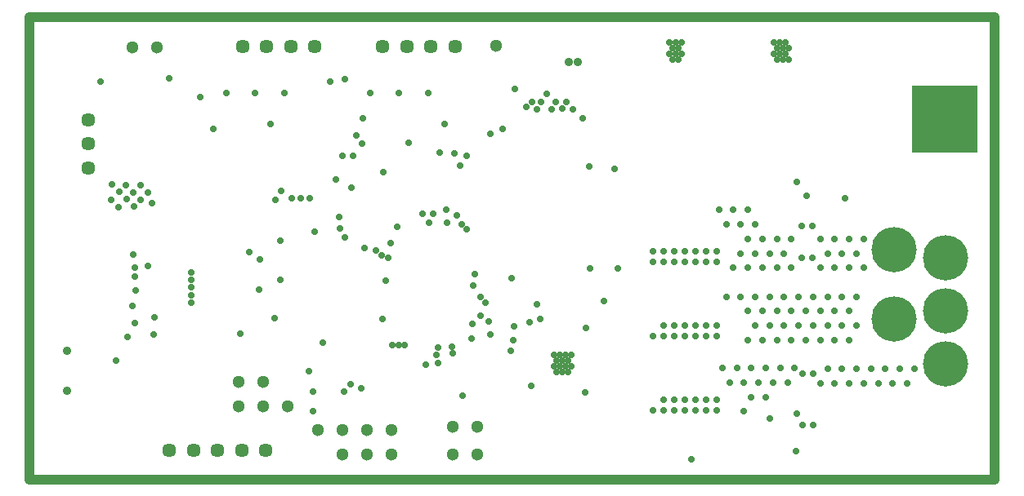
<source format=gbr>
%TF.GenerationSoftware,Altium Limited,Altium Designer,23.4.1 (23)*%
G04 Layer_Physical_Order=2*
G04 Layer_Color=32768*
%FSLAX43Y43*%
%MOMM*%
%TF.SameCoordinates,F1D85D2B-AD7B-4026-9487-DA5914AD0DFB*%
%TF.FilePolarity,Negative*%
%TF.FileFunction,Copper,L2,Inr,Plane*%
%TF.Part,Single*%
G01*
G75*
%TA.AperFunction,NonConductor*%
%ADD82C,1.016*%
%ADD83R,6.900X7.000*%
%TA.AperFunction,ComponentPad*%
%ADD84C,5.350*%
%ADD85C,1.300*%
%ADD86C,1.450*%
%ADD87C,4.700*%
%ADD88C,0.900*%
%TA.AperFunction,ViaPad*%
%ADD89C,0.700*%
%ADD90C,0.900*%
D82*
X0Y0D02*
X100000D01*
Y48000D01*
X0D02*
X100000D01*
X0Y0D02*
Y48000D01*
D83*
X94850Y37400D02*
D03*
D84*
X94815D02*
D03*
D85*
X37540Y5100D02*
D03*
Y2560D02*
D03*
X35000Y5100D02*
D03*
Y2560D02*
D03*
X32460Y5100D02*
D03*
Y2560D02*
D03*
X29920Y5100D02*
D03*
X21660Y7560D02*
D03*
X24200D02*
D03*
Y10100D02*
D03*
X26740Y7560D02*
D03*
X21660Y10100D02*
D03*
X48400Y45000D02*
D03*
X13260Y44800D02*
D03*
X10720D02*
D03*
X43900Y2600D02*
D03*
X46440D02*
D03*
X43860Y5500D02*
D03*
X46400D02*
D03*
D86*
X22000Y3000D02*
D03*
X19500D02*
D03*
X17000D02*
D03*
X14500D02*
D03*
X24500D02*
D03*
X44100Y44900D02*
D03*
X41600D02*
D03*
X39100D02*
D03*
X36600D02*
D03*
X29600D02*
D03*
X27100D02*
D03*
X24600D02*
D03*
X22100D02*
D03*
X6100Y37300D02*
D03*
Y34800D02*
D03*
Y32300D02*
D03*
D87*
X94900Y17500D02*
D03*
Y12000D02*
D03*
Y23000D02*
D03*
X89600Y16650D02*
D03*
Y23850D02*
D03*
D88*
X3950Y13375D02*
D03*
Y9225D02*
D03*
D89*
X10800Y23300D02*
D03*
X10898Y16202D02*
D03*
X10700Y18000D02*
D03*
X11000Y19600D02*
D03*
X10900Y21000D02*
D03*
X97075Y35150D02*
D03*
X97825D02*
D03*
Y35900D02*
D03*
Y40400D02*
D03*
Y39650D02*
D03*
Y38900D02*
D03*
Y38150D02*
D03*
Y37400D02*
D03*
Y36650D02*
D03*
Y34400D02*
D03*
X97075Y40400D02*
D03*
Y39650D02*
D03*
Y34400D02*
D03*
X96325Y40400D02*
D03*
Y34400D02*
D03*
X95575Y40400D02*
D03*
Y34400D02*
D03*
X94825Y40400D02*
D03*
Y34400D02*
D03*
X94075Y40400D02*
D03*
Y34400D02*
D03*
X93325Y40400D02*
D03*
Y34400D02*
D03*
X92575Y40400D02*
D03*
Y39650D02*
D03*
Y35150D02*
D03*
Y34400D02*
D03*
X91825Y40400D02*
D03*
Y39650D02*
D03*
Y38900D02*
D03*
Y38150D02*
D03*
Y37400D02*
D03*
Y36650D02*
D03*
Y35900D02*
D03*
Y35150D02*
D03*
Y34400D02*
D03*
X71250Y23650D02*
D03*
Y22550D02*
D03*
Y15950D02*
D03*
Y14850D02*
D03*
Y8250D02*
D03*
Y7150D02*
D03*
X70150Y23650D02*
D03*
Y22550D02*
D03*
Y15950D02*
D03*
Y14850D02*
D03*
Y8250D02*
D03*
Y7150D02*
D03*
X69050Y23650D02*
D03*
Y22550D02*
D03*
Y15950D02*
D03*
Y14850D02*
D03*
Y8250D02*
D03*
Y7150D02*
D03*
X67950Y23650D02*
D03*
Y22550D02*
D03*
Y15950D02*
D03*
Y14850D02*
D03*
Y8250D02*
D03*
Y7150D02*
D03*
X66850Y23650D02*
D03*
Y22550D02*
D03*
Y15950D02*
D03*
Y14850D02*
D03*
Y8250D02*
D03*
Y7150D02*
D03*
X65750Y23650D02*
D03*
Y22550D02*
D03*
Y15950D02*
D03*
Y14850D02*
D03*
Y8250D02*
D03*
Y7150D02*
D03*
X64650Y23650D02*
D03*
Y22550D02*
D03*
Y14850D02*
D03*
Y7150D02*
D03*
X91700Y11450D02*
D03*
X90950Y9950D02*
D03*
X90200Y11450D02*
D03*
X89450Y9950D02*
D03*
X88700Y11450D02*
D03*
X87950Y9950D02*
D03*
X87200Y11450D02*
D03*
X86450Y9950D02*
D03*
X85700Y11450D02*
D03*
X84950Y9950D02*
D03*
X84200Y11450D02*
D03*
X83450Y9950D02*
D03*
X82700Y11450D02*
D03*
X81950Y9950D02*
D03*
X79300Y11550D02*
D03*
X78550Y10050D02*
D03*
X77800Y11550D02*
D03*
X77050Y10050D02*
D03*
X76300Y11550D02*
D03*
X75550Y10050D02*
D03*
X76300Y8550D02*
D03*
X74800Y11550D02*
D03*
X74050Y10050D02*
D03*
X74800Y8550D02*
D03*
X74050Y7050D02*
D03*
X73300Y11550D02*
D03*
X72550Y10050D02*
D03*
X71800Y11550D02*
D03*
X85700Y18950D02*
D03*
X84950Y17450D02*
D03*
X85700Y15950D02*
D03*
X84950Y14450D02*
D03*
X84200Y18950D02*
D03*
X83450Y17450D02*
D03*
X84200Y15950D02*
D03*
X83450Y14450D02*
D03*
X82700Y18950D02*
D03*
X81950Y17450D02*
D03*
X82700Y15950D02*
D03*
X81950Y14450D02*
D03*
X81200Y18950D02*
D03*
X80450Y17450D02*
D03*
X81200Y15950D02*
D03*
X80450Y14450D02*
D03*
X79700Y18950D02*
D03*
X78950Y17450D02*
D03*
X79700Y15950D02*
D03*
X78950Y14450D02*
D03*
X78200Y18950D02*
D03*
X77450Y17450D02*
D03*
X78200Y15950D02*
D03*
X77450Y14450D02*
D03*
X76700Y18950D02*
D03*
X75950Y17450D02*
D03*
X76700Y15950D02*
D03*
X75950Y14450D02*
D03*
X75200Y18950D02*
D03*
X74450Y17450D02*
D03*
X75200Y15950D02*
D03*
X74450Y14450D02*
D03*
X73700Y18950D02*
D03*
X72200D02*
D03*
X86450Y24950D02*
D03*
Y21950D02*
D03*
X84950Y24950D02*
D03*
X85700Y23450D02*
D03*
X84950Y21950D02*
D03*
X83450Y24950D02*
D03*
X84200Y23450D02*
D03*
X83450Y21950D02*
D03*
X81950Y24950D02*
D03*
X82700Y23450D02*
D03*
X81950Y21950D02*
D03*
X78950Y24950D02*
D03*
Y21950D02*
D03*
X77450Y24950D02*
D03*
X78200Y23450D02*
D03*
X77450Y21950D02*
D03*
X75950Y24950D02*
D03*
X76700Y23450D02*
D03*
X75950Y21950D02*
D03*
X74450Y27950D02*
D03*
X75200Y26450D02*
D03*
X74450Y24950D02*
D03*
X75200Y23450D02*
D03*
X74450Y21950D02*
D03*
X72950Y27950D02*
D03*
X73700Y26450D02*
D03*
Y23450D02*
D03*
X72950Y21950D02*
D03*
X71450Y27950D02*
D03*
X72200Y26450D02*
D03*
X17700Y39700D02*
D03*
X7400Y41300D02*
D03*
X12300Y22100D02*
D03*
X10900Y22000D02*
D03*
X10100Y29100D02*
D03*
X10852Y28352D02*
D03*
X8602Y30602D02*
D03*
X9352Y29852D02*
D03*
X9250Y28250D02*
D03*
X8500Y29000D02*
D03*
X16800Y19900D02*
D03*
X14500Y41600D02*
D03*
X19100Y36400D02*
D03*
X11500Y30500D02*
D03*
X10750Y29750D02*
D03*
X12700Y28650D02*
D03*
X11500Y29000D02*
D03*
X12250Y29750D02*
D03*
X10000Y30500D02*
D03*
X35954Y23731D02*
D03*
X56150Y12950D02*
D03*
Y11750D02*
D03*
X55550Y12950D02*
D03*
X55850Y12350D02*
D03*
X55550Y11750D02*
D03*
X55850Y11150D02*
D03*
X54950Y12950D02*
D03*
X55250Y12350D02*
D03*
X54950Y11750D02*
D03*
X55250Y11150D02*
D03*
X54350Y12950D02*
D03*
X54650Y12350D02*
D03*
X54350Y11750D02*
D03*
X54650Y11150D02*
D03*
X78350Y45350D02*
D03*
X78650Y44750D02*
D03*
X78350Y44150D02*
D03*
X78650Y43550D02*
D03*
X77750Y45350D02*
D03*
X78050Y44750D02*
D03*
X77750Y44150D02*
D03*
X78050Y43550D02*
D03*
X77150Y45350D02*
D03*
X77450Y44750D02*
D03*
X77150Y44150D02*
D03*
X77450Y43550D02*
D03*
X67550Y45350D02*
D03*
Y44150D02*
D03*
X66950Y45350D02*
D03*
X67250Y44750D02*
D03*
X66950Y44150D02*
D03*
X67250Y43550D02*
D03*
X66350Y45350D02*
D03*
X66650Y44750D02*
D03*
X66350Y44150D02*
D03*
X66650Y43550D02*
D03*
X49895Y13305D02*
D03*
X57700Y15700D02*
D03*
X52900Y16600D02*
D03*
X51800Y16300D02*
D03*
X29600Y25700D02*
D03*
X32727Y25127D02*
D03*
X34700Y24011D02*
D03*
X56305Y38377D02*
D03*
X58000Y32500D02*
D03*
X57300Y37500D02*
D03*
X51477Y38624D02*
D03*
X49069Y36400D02*
D03*
X54104Y38377D02*
D03*
X52577D02*
D03*
X52077Y39177D02*
D03*
X52000Y9700D02*
D03*
X57600Y9000D02*
D03*
X61000Y21900D02*
D03*
X79500Y30900D02*
D03*
X43900Y13100D02*
D03*
X43800Y13800D02*
D03*
X29400Y9133D02*
D03*
X29000Y11200D02*
D03*
X52600Y18200D02*
D03*
X38900Y13900D02*
D03*
X38300D02*
D03*
X37600D02*
D03*
X36600Y16600D02*
D03*
X43000Y36900D02*
D03*
X36700Y31900D02*
D03*
X30400Y14200D02*
D03*
X25400Y16700D02*
D03*
X79480Y6852D02*
D03*
X25004Y36906D02*
D03*
X20400Y40100D02*
D03*
X23400D02*
D03*
X26400D02*
D03*
X35300D02*
D03*
X38300D02*
D03*
X41300D02*
D03*
X10200Y14800D02*
D03*
X9000Y12300D02*
D03*
X44900Y8700D02*
D03*
X45800Y14600D02*
D03*
X50000Y20900D02*
D03*
X29400Y7100D02*
D03*
X34400Y9400D02*
D03*
X53600Y40000D02*
D03*
X32400Y33600D02*
D03*
X33500D02*
D03*
X34500Y34800D02*
D03*
X34597Y37480D02*
D03*
X33894Y35662D02*
D03*
X31200Y41300D02*
D03*
X32700Y41500D02*
D03*
X39300Y34900D02*
D03*
X42500Y33898D02*
D03*
X44000Y33800D02*
D03*
X44634Y32529D02*
D03*
X45300Y33600D02*
D03*
X47800Y35856D02*
D03*
X50300Y40500D02*
D03*
X47751Y15003D02*
D03*
X47623Y16383D02*
D03*
X46777Y16977D02*
D03*
X47277Y18343D02*
D03*
X33400Y30300D02*
D03*
X32100Y27200D02*
D03*
X13000Y16800D02*
D03*
X12900Y15000D02*
D03*
X26000Y24800D02*
D03*
X38100Y26200D02*
D03*
X43200Y27948D02*
D03*
X44277Y27377D02*
D03*
X50200Y15900D02*
D03*
X50100Y14400D02*
D03*
X59500Y18500D02*
D03*
X45923Y16121D02*
D03*
X58100Y21900D02*
D03*
X60600Y32200D02*
D03*
X80500Y29400D02*
D03*
X68600Y2100D02*
D03*
X84500Y29200D02*
D03*
X76700Y6300D02*
D03*
X81100Y26300D02*
D03*
X80000D02*
D03*
X81100Y23000D02*
D03*
X80000D02*
D03*
X80100Y5600D02*
D03*
X81200Y11000D02*
D03*
X80100D02*
D03*
X81200Y5600D02*
D03*
X79400Y2900D02*
D03*
X25500Y29000D02*
D03*
X23900Y22800D02*
D03*
X26100Y29900D02*
D03*
X23800Y19700D02*
D03*
X31800Y31100D02*
D03*
X32200Y26000D02*
D03*
X26000Y20700D02*
D03*
X42363Y13700D02*
D03*
X16800Y21500D02*
D03*
X22800Y23600D02*
D03*
X37400Y24508D02*
D03*
X16800Y20700D02*
D03*
Y19100D02*
D03*
Y18300D02*
D03*
X32600Y9100D02*
D03*
X33300Y9900D02*
D03*
X21900Y15100D02*
D03*
X41114Y11901D02*
D03*
X42144Y12900D02*
D03*
X42363Y12100D02*
D03*
X27200Y29200D02*
D03*
X29075Y29175D02*
D03*
X28100Y29200D02*
D03*
X36513Y23269D02*
D03*
X36925Y20650D02*
D03*
X37162Y22997D02*
D03*
X54577Y39177D02*
D03*
X53050D02*
D03*
X46742Y18912D02*
D03*
X46170Y21284D02*
D03*
X45324Y25934D02*
D03*
X45977Y20078D02*
D03*
X55677Y39177D02*
D03*
X44777Y26477D02*
D03*
X43312Y26598D02*
D03*
X41442Y26598D02*
D03*
X40723Y27577D02*
D03*
X41873Y27577D02*
D03*
X55220Y38471D02*
D03*
D90*
X56800Y43300D02*
D03*
X55900D02*
D03*
%TF.MD5,f049c969eb69b276f7450be85858357a*%
M02*

</source>
